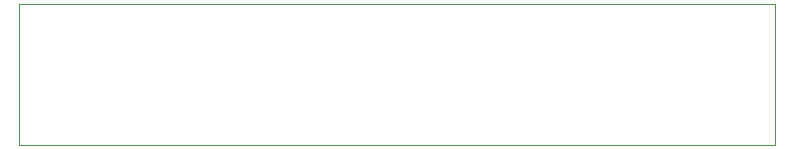
<source format=gbr>
%FSLAX34Y34*%
%MOMM*%
%LNOUTLINE*%
G71*
G01*
%ADD10C,0.002*%
%LPD*%
G54D10*
X0Y1000000D02*
X640000Y1000000D01*
X640000Y880000D01*
X0Y880000D01*
X0Y1000000D01*
M02*

</source>
